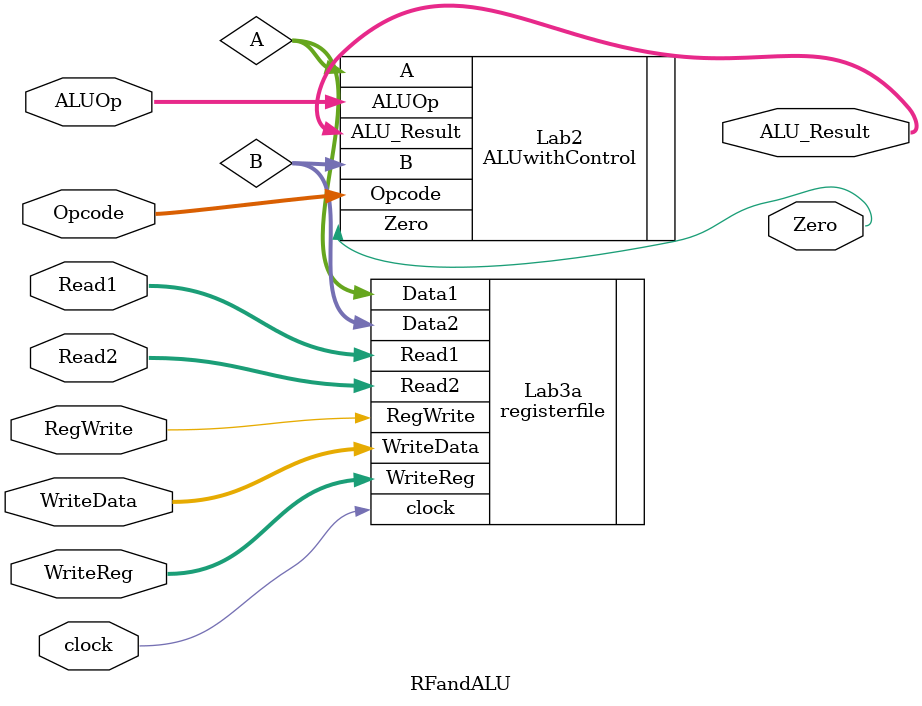
<source format=v>
`timescale 1ns / 1ps

module RFandALU(Read1, Read2, WriteReg, WriteData, RegWrite, clock, ALUOp, Opcode, Zero, ALU_Result);
	input [4:0] Read1, Read2, WriteReg;
	input RegWrite, clock;
	input [63:0] WriteData;
	input [1:0] ALUOp;
	input [10:0] Opcode;
	output Zero;
	output [63:0] ALU_Result;
	wire [63:0] A, B;

	ALUwithControl Lab2 (.ALUOp(ALUOp), .Opcode(Opcode), .A(A), .B(B), .Zero(Zero), .ALU_Result(ALU_Result));
	registerfile 	Lab3a (.Read1(Read1), .Read2(Read2), .WriteReg(WriteReg), .WriteData(WriteData), .RegWrite(RegWrite), .clock(clock), .Data1(A), .Data2(B));
	
endmodule

</source>
